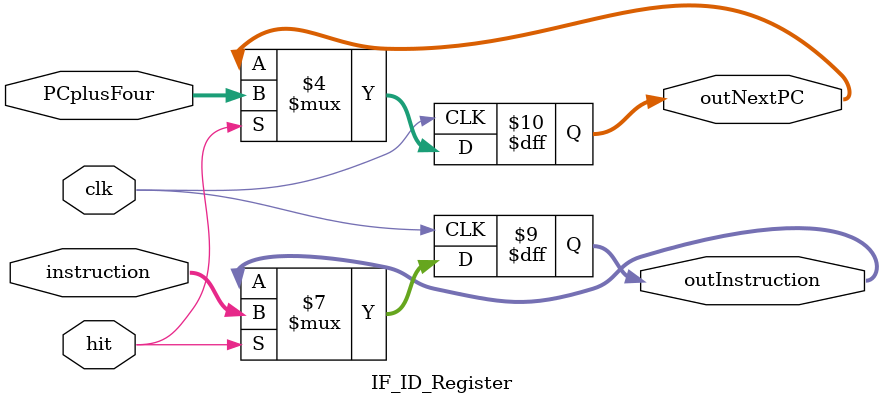
<source format=v>
`timescale 1ns / 1ps


module IF_ID_Register(
	input [31:0]instruction,
	input [31:0]PCplusFour,
	input clk, hit,
	
	output reg [31:0] outInstruction,
	output reg [31:0] outNextPC
    );

	always@(negedge clk)
		begin
			if(hit == 1) 
				begin
					outInstruction = instruction;
					outNextPC = PCplusFour;
				end
		end

endmodule

</source>
